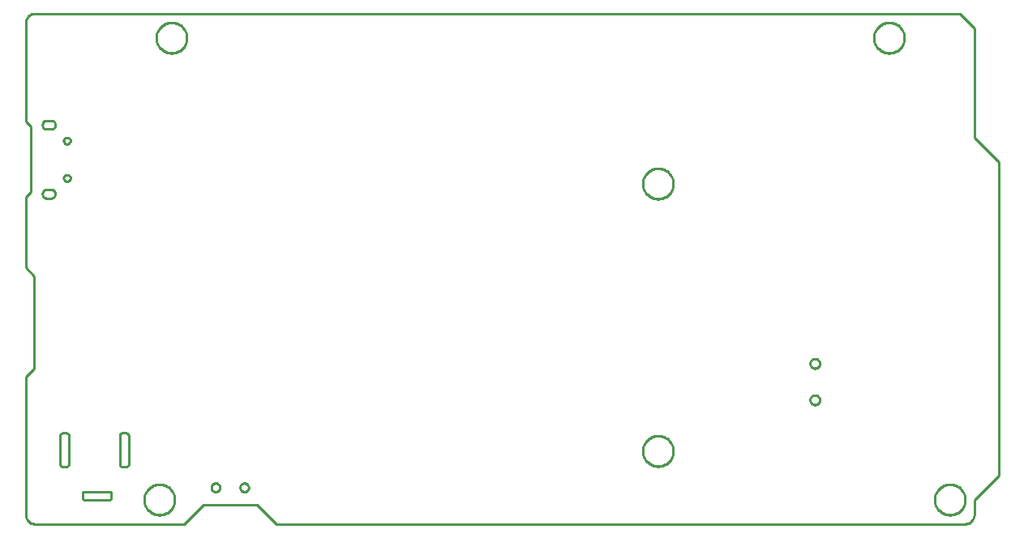
<source format=gbr>
G04 EAGLE Gerber RS-274X export*
G75*
%MOMM*%
%FSLAX34Y34*%
%LPD*%
%IN*%
%IPPOS*%
%AMOC8*
5,1,8,0,0,1.08239X$1,22.5*%
G01*
%ADD10C,0.254000*%


D10*
X0Y10000D02*
X38Y9128D01*
X152Y8264D01*
X341Y7412D01*
X603Y6580D01*
X937Y5774D01*
X1340Y5000D01*
X1808Y4264D01*
X2340Y3572D01*
X2929Y2929D01*
X3572Y2340D01*
X4264Y1808D01*
X5000Y1340D01*
X5774Y937D01*
X6580Y603D01*
X7412Y341D01*
X8264Y152D01*
X9128Y38D01*
X10000Y0D01*
X165100Y0D01*
X185420Y20320D01*
X241300Y20320D01*
X261620Y0D01*
X980600Y0D01*
X981472Y38D01*
X982336Y152D01*
X983188Y341D01*
X984020Y603D01*
X984826Y937D01*
X985600Y1340D01*
X986336Y1808D01*
X987028Y2340D01*
X987671Y2929D01*
X988260Y3572D01*
X988792Y4264D01*
X989260Y5000D01*
X989663Y5774D01*
X989997Y6580D01*
X990259Y7412D01*
X990448Y8264D01*
X990562Y9128D01*
X990600Y10000D01*
X990600Y25400D01*
X1016000Y50800D01*
X1016000Y378460D01*
X990600Y403860D01*
X990600Y518160D01*
X975360Y533400D01*
X10000Y533400D01*
X9128Y533362D01*
X8264Y533248D01*
X7412Y533059D01*
X6580Y532797D01*
X5774Y532463D01*
X5000Y532060D01*
X4264Y531592D01*
X3572Y531060D01*
X2929Y530471D01*
X2340Y529828D01*
X1808Y529136D01*
X1340Y528400D01*
X937Y527626D01*
X603Y526820D01*
X341Y525988D01*
X152Y525136D01*
X38Y524272D01*
X0Y523400D01*
X0Y420370D01*
X5080Y415290D01*
X5080Y346710D01*
X0Y341630D01*
X0Y267970D01*
X8890Y259080D01*
X8890Y162560D01*
X0Y153670D01*
X0Y10000D01*
X59480Y27478D02*
X59490Y27260D01*
X59518Y27044D01*
X59565Y26831D01*
X59631Y26623D01*
X59714Y26421D01*
X59815Y26228D01*
X59932Y26044D01*
X60065Y25871D01*
X60212Y25710D01*
X60373Y25563D01*
X60546Y25430D01*
X60730Y25313D01*
X60923Y25212D01*
X61125Y25129D01*
X61333Y25063D01*
X61546Y25016D01*
X61762Y24988D01*
X61980Y24978D01*
X86980Y24978D01*
X87198Y24988D01*
X87414Y25016D01*
X87627Y25063D01*
X87835Y25129D01*
X88037Y25212D01*
X88230Y25313D01*
X88414Y25430D01*
X88587Y25563D01*
X88748Y25710D01*
X88895Y25871D01*
X89028Y26044D01*
X89145Y26228D01*
X89246Y26421D01*
X89329Y26623D01*
X89395Y26831D01*
X89442Y27044D01*
X89471Y27260D01*
X89480Y27478D01*
X89480Y31970D01*
X89438Y32175D01*
X89378Y32376D01*
X89301Y32571D01*
X89207Y32759D01*
X89097Y32937D01*
X88972Y33105D01*
X88832Y33262D01*
X88680Y33406D01*
X88516Y33536D01*
X88340Y33652D01*
X88156Y33751D01*
X87964Y33835D01*
X87765Y33901D01*
X87561Y33949D01*
X87353Y33980D01*
X87144Y33992D01*
X86934Y33986D01*
X86726Y33962D01*
X61726Y33962D01*
X61541Y33965D01*
X61356Y33952D01*
X61173Y33923D01*
X60994Y33878D01*
X60819Y33817D01*
X60650Y33742D01*
X60488Y33652D01*
X60334Y33548D01*
X60190Y33431D01*
X60057Y33302D01*
X59936Y33162D01*
X59827Y33013D01*
X59732Y32854D01*
X59651Y32687D01*
X59585Y32514D01*
X59534Y32336D01*
X59499Y32154D01*
X59480Y31970D01*
X59480Y27478D01*
X98488Y62470D02*
X98474Y62273D01*
X98478Y62076D01*
X98499Y61880D01*
X98537Y61687D01*
X98591Y61497D01*
X98662Y61313D01*
X98749Y61136D01*
X98850Y60967D01*
X98966Y60807D01*
X99096Y60659D01*
X99238Y60522D01*
X99391Y60398D01*
X99555Y60288D01*
X99727Y60192D01*
X99907Y60112D01*
X100094Y60048D01*
X100285Y60001D01*
X100480Y59970D01*
X105480Y59970D01*
X105675Y60001D01*
X105866Y60048D01*
X106053Y60112D01*
X106233Y60192D01*
X106405Y60288D01*
X106569Y60398D01*
X106722Y60522D01*
X106864Y60659D01*
X106994Y60807D01*
X107110Y60967D01*
X107212Y61136D01*
X107298Y61313D01*
X107369Y61497D01*
X107423Y61687D01*
X107461Y61880D01*
X107482Y62076D01*
X107486Y62273D01*
X107472Y62470D01*
X107472Y92470D01*
X107486Y92667D01*
X107482Y92864D01*
X107461Y93060D01*
X107423Y93254D01*
X107369Y93443D01*
X107298Y93627D01*
X107212Y93804D01*
X107110Y93973D01*
X106994Y94133D01*
X106864Y94281D01*
X106722Y94418D01*
X106569Y94542D01*
X106405Y94652D01*
X106233Y94748D01*
X106053Y94828D01*
X105866Y94892D01*
X105675Y94939D01*
X105480Y94970D01*
X100480Y94970D01*
X100285Y94939D01*
X100094Y94892D01*
X99907Y94828D01*
X99727Y94748D01*
X99555Y94652D01*
X99391Y94542D01*
X99238Y94418D01*
X99096Y94281D01*
X98966Y94133D01*
X98850Y93973D01*
X98749Y93804D01*
X98662Y93627D01*
X98591Y93443D01*
X98537Y93254D01*
X98499Y93060D01*
X98478Y92864D01*
X98474Y92667D01*
X98488Y92470D01*
X98488Y62470D01*
X35988Y62470D02*
X35998Y62252D01*
X36026Y62036D01*
X36073Y61823D01*
X36139Y61615D01*
X36222Y61413D01*
X36323Y61220D01*
X36440Y61036D01*
X36573Y60863D01*
X36720Y60702D01*
X36881Y60555D01*
X37054Y60422D01*
X37238Y60305D01*
X37431Y60204D01*
X37633Y60121D01*
X37841Y60055D01*
X38054Y60008D01*
X38270Y59980D01*
X38488Y59970D01*
X42472Y59970D01*
X42690Y59980D01*
X42906Y60008D01*
X43119Y60055D01*
X43327Y60121D01*
X43529Y60204D01*
X43722Y60305D01*
X43906Y60422D01*
X44079Y60555D01*
X44240Y60702D01*
X44387Y60863D01*
X44520Y61036D01*
X44637Y61220D01*
X44738Y61413D01*
X44821Y61615D01*
X44887Y61823D01*
X44934Y62036D01*
X44963Y62252D01*
X44972Y62470D01*
X44972Y92470D01*
X44963Y92688D01*
X44934Y92904D01*
X44887Y93117D01*
X44821Y93325D01*
X44738Y93527D01*
X44637Y93720D01*
X44520Y93904D01*
X44387Y94077D01*
X44240Y94238D01*
X44079Y94385D01*
X43906Y94518D01*
X43722Y94635D01*
X43529Y94736D01*
X43327Y94819D01*
X43119Y94885D01*
X42906Y94932D01*
X42690Y94961D01*
X42472Y94970D01*
X38488Y94970D01*
X38270Y94961D01*
X38054Y94932D01*
X37841Y94885D01*
X37633Y94819D01*
X37431Y94736D01*
X37238Y94635D01*
X37054Y94518D01*
X36881Y94385D01*
X36720Y94238D01*
X36573Y94077D01*
X36440Y93904D01*
X36323Y93720D01*
X36222Y93527D01*
X36139Y93325D01*
X36073Y93117D01*
X36026Y92904D01*
X35998Y92688D01*
X35988Y92470D01*
X35988Y62470D01*
X17680Y345000D02*
X17652Y344649D01*
X17654Y344298D01*
X17687Y343948D01*
X17750Y343602D01*
X17843Y343263D01*
X17966Y342933D01*
X18117Y342615D01*
X18294Y342312D01*
X18498Y342025D01*
X18726Y341757D01*
X18976Y341510D01*
X19247Y341286D01*
X19536Y341086D01*
X19842Y340912D01*
X20162Y340766D01*
X20493Y340648D01*
X20833Y340559D01*
X21180Y340500D01*
X27180Y340500D01*
X27527Y340559D01*
X27867Y340648D01*
X28198Y340766D01*
X28518Y340912D01*
X28824Y341086D01*
X29113Y341286D01*
X29384Y341510D01*
X29634Y341757D01*
X29862Y342025D01*
X30066Y342312D01*
X30243Y342615D01*
X30394Y342933D01*
X30517Y343263D01*
X30610Y343602D01*
X30673Y343948D01*
X30706Y344298D01*
X30708Y344649D01*
X30680Y345000D01*
X30708Y345351D01*
X30706Y345702D01*
X30673Y346052D01*
X30610Y346398D01*
X30517Y346737D01*
X30394Y347067D01*
X30243Y347385D01*
X30066Y347688D01*
X29862Y347975D01*
X29634Y348243D01*
X29384Y348490D01*
X29113Y348714D01*
X28824Y348914D01*
X28518Y349088D01*
X28198Y349234D01*
X27867Y349352D01*
X27527Y349441D01*
X27180Y349500D01*
X21180Y349500D01*
X20833Y349441D01*
X20493Y349352D01*
X20162Y349234D01*
X19842Y349088D01*
X19536Y348914D01*
X19247Y348714D01*
X18976Y348490D01*
X18726Y348243D01*
X18498Y347975D01*
X18294Y347688D01*
X18117Y347385D01*
X17966Y347067D01*
X17843Y346737D01*
X17750Y346398D01*
X17687Y346052D01*
X17654Y345702D01*
X17652Y345351D01*
X17680Y345000D01*
X17680Y416000D02*
X17716Y415674D01*
X17780Y415353D01*
X17872Y415038D01*
X17992Y414733D01*
X18137Y414439D01*
X18307Y414159D01*
X18502Y413894D01*
X18718Y413648D01*
X18955Y413422D01*
X19211Y413217D01*
X19484Y413035D01*
X19772Y412877D01*
X20072Y412746D01*
X20382Y412641D01*
X20701Y412563D01*
X21025Y412514D01*
X21352Y412492D01*
X21680Y412500D01*
X27180Y412500D01*
X27485Y412513D01*
X27788Y412553D01*
X28086Y412619D01*
X28377Y412711D01*
X28659Y412828D01*
X28930Y412969D01*
X29188Y413133D01*
X29430Y413319D01*
X29655Y413525D01*
X29861Y413750D01*
X30047Y413992D01*
X30211Y414250D01*
X30352Y414521D01*
X30469Y414803D01*
X30561Y415094D01*
X30627Y415392D01*
X30667Y415695D01*
X30680Y416000D01*
X30680Y418000D01*
X30667Y418305D01*
X30627Y418608D01*
X30561Y418906D01*
X30469Y419197D01*
X30352Y419479D01*
X30211Y419750D01*
X30047Y420008D01*
X29861Y420250D01*
X29655Y420475D01*
X29430Y420681D01*
X29188Y420867D01*
X28930Y421031D01*
X28659Y421172D01*
X28377Y421289D01*
X28086Y421381D01*
X27788Y421447D01*
X27485Y421487D01*
X27180Y421500D01*
X21680Y421500D01*
X21352Y421508D01*
X21025Y421486D01*
X20701Y421437D01*
X20382Y421359D01*
X20072Y421254D01*
X19772Y421123D01*
X19484Y420965D01*
X19211Y420783D01*
X18955Y420578D01*
X18718Y420352D01*
X18502Y420106D01*
X18307Y419842D01*
X18137Y419561D01*
X17992Y419268D01*
X17872Y418962D01*
X17780Y418647D01*
X17716Y418326D01*
X17680Y418000D01*
X17680Y416000D01*
X676400Y355076D02*
X676332Y354031D01*
X676195Y352992D01*
X675990Y351965D01*
X675719Y350953D01*
X675383Y349961D01*
X674982Y348993D01*
X674518Y348054D01*
X673995Y347146D01*
X673413Y346275D01*
X672775Y345444D01*
X672084Y344657D01*
X671343Y343916D01*
X670556Y343225D01*
X669725Y342588D01*
X668854Y342006D01*
X667946Y341482D01*
X667007Y341018D01*
X666039Y340617D01*
X665047Y340281D01*
X664035Y340010D01*
X663008Y339805D01*
X661969Y339669D01*
X660924Y339600D01*
X659876Y339600D01*
X658831Y339669D01*
X657792Y339805D01*
X656765Y340010D01*
X655753Y340281D01*
X654761Y340617D01*
X653793Y341018D01*
X652854Y341482D01*
X651946Y342006D01*
X651075Y342588D01*
X650244Y343225D01*
X649457Y343916D01*
X648716Y344657D01*
X648025Y345444D01*
X647388Y346275D01*
X646806Y347146D01*
X646282Y348054D01*
X645818Y348993D01*
X645417Y349961D01*
X645081Y350953D01*
X644810Y351965D01*
X644605Y352992D01*
X644469Y354031D01*
X644400Y355076D01*
X644400Y356124D01*
X644469Y357169D01*
X644605Y358208D01*
X644810Y359235D01*
X645081Y360247D01*
X645417Y361239D01*
X645818Y362207D01*
X646282Y363146D01*
X646806Y364054D01*
X647388Y364925D01*
X648025Y365756D01*
X648716Y366543D01*
X649457Y367284D01*
X650244Y367975D01*
X651075Y368613D01*
X651946Y369195D01*
X652854Y369718D01*
X653793Y370182D01*
X654761Y370583D01*
X655753Y370919D01*
X656765Y371190D01*
X657792Y371395D01*
X658831Y371532D01*
X659876Y371600D01*
X660924Y371600D01*
X661969Y371532D01*
X663008Y371395D01*
X664035Y371190D01*
X665047Y370919D01*
X666039Y370583D01*
X667007Y370182D01*
X667946Y369718D01*
X668854Y369195D01*
X669725Y368613D01*
X670556Y367975D01*
X671343Y367284D01*
X672084Y366543D01*
X672775Y365756D01*
X673413Y364925D01*
X673995Y364054D01*
X674518Y363146D01*
X674982Y362207D01*
X675383Y361239D01*
X675719Y360247D01*
X675990Y359235D01*
X676195Y358208D01*
X676332Y357169D01*
X676400Y356124D01*
X676400Y355076D01*
X676400Y75676D02*
X676332Y74631D01*
X676195Y73592D01*
X675990Y72565D01*
X675719Y71553D01*
X675383Y70561D01*
X674982Y69593D01*
X674518Y68654D01*
X673995Y67746D01*
X673413Y66875D01*
X672775Y66044D01*
X672084Y65257D01*
X671343Y64516D01*
X670556Y63825D01*
X669725Y63188D01*
X668854Y62606D01*
X667946Y62082D01*
X667007Y61618D01*
X666039Y61217D01*
X665047Y60881D01*
X664035Y60610D01*
X663008Y60405D01*
X661969Y60269D01*
X660924Y60200D01*
X659876Y60200D01*
X658831Y60269D01*
X657792Y60405D01*
X656765Y60610D01*
X655753Y60881D01*
X654761Y61217D01*
X653793Y61618D01*
X652854Y62082D01*
X651946Y62606D01*
X651075Y63188D01*
X650244Y63825D01*
X649457Y64516D01*
X648716Y65257D01*
X648025Y66044D01*
X647388Y66875D01*
X646806Y67746D01*
X646282Y68654D01*
X645818Y69593D01*
X645417Y70561D01*
X645081Y71553D01*
X644810Y72565D01*
X644605Y73592D01*
X644469Y74631D01*
X644400Y75676D01*
X644400Y76724D01*
X644469Y77769D01*
X644605Y78808D01*
X644810Y79835D01*
X645081Y80847D01*
X645417Y81839D01*
X645818Y82807D01*
X646282Y83746D01*
X646806Y84654D01*
X647388Y85525D01*
X648025Y86356D01*
X648716Y87143D01*
X649457Y87884D01*
X650244Y88575D01*
X651075Y89213D01*
X651946Y89795D01*
X652854Y90318D01*
X653793Y90782D01*
X654761Y91183D01*
X655753Y91519D01*
X656765Y91790D01*
X657792Y91995D01*
X658831Y92132D01*
X659876Y92200D01*
X660924Y92200D01*
X661969Y92132D01*
X663008Y91995D01*
X664035Y91790D01*
X665047Y91519D01*
X666039Y91183D01*
X667007Y90782D01*
X667946Y90318D01*
X668854Y89795D01*
X669725Y89213D01*
X670556Y88575D01*
X671343Y87884D01*
X672084Y87143D01*
X672775Y86356D01*
X673413Y85525D01*
X673995Y84654D01*
X674518Y83746D01*
X674982Y82807D01*
X675383Y81839D01*
X675719Y80847D01*
X675990Y79835D01*
X676195Y78808D01*
X676332Y77769D01*
X676400Y76724D01*
X676400Y75676D01*
X168400Y507476D02*
X168332Y506431D01*
X168195Y505392D01*
X167990Y504365D01*
X167719Y503353D01*
X167383Y502361D01*
X166982Y501393D01*
X166518Y500454D01*
X165995Y499546D01*
X165413Y498675D01*
X164775Y497844D01*
X164084Y497057D01*
X163343Y496316D01*
X162556Y495625D01*
X161725Y494988D01*
X160854Y494406D01*
X159946Y493882D01*
X159007Y493418D01*
X158039Y493017D01*
X157047Y492681D01*
X156035Y492410D01*
X155008Y492205D01*
X153969Y492069D01*
X152924Y492000D01*
X151876Y492000D01*
X150831Y492069D01*
X149792Y492205D01*
X148765Y492410D01*
X147753Y492681D01*
X146761Y493017D01*
X145793Y493418D01*
X144854Y493882D01*
X143946Y494406D01*
X143075Y494988D01*
X142244Y495625D01*
X141457Y496316D01*
X140716Y497057D01*
X140025Y497844D01*
X139388Y498675D01*
X138806Y499546D01*
X138282Y500454D01*
X137818Y501393D01*
X137417Y502361D01*
X137081Y503353D01*
X136810Y504365D01*
X136605Y505392D01*
X136469Y506431D01*
X136400Y507476D01*
X136400Y508524D01*
X136469Y509569D01*
X136605Y510608D01*
X136810Y511635D01*
X137081Y512647D01*
X137417Y513639D01*
X137818Y514607D01*
X138282Y515546D01*
X138806Y516454D01*
X139388Y517325D01*
X140025Y518156D01*
X140716Y518943D01*
X141457Y519684D01*
X142244Y520375D01*
X143075Y521013D01*
X143946Y521595D01*
X144854Y522118D01*
X145793Y522582D01*
X146761Y522983D01*
X147753Y523319D01*
X148765Y523590D01*
X149792Y523795D01*
X150831Y523932D01*
X151876Y524000D01*
X152924Y524000D01*
X153969Y523932D01*
X155008Y523795D01*
X156035Y523590D01*
X157047Y523319D01*
X158039Y522983D01*
X159007Y522582D01*
X159946Y522118D01*
X160854Y521595D01*
X161725Y521013D01*
X162556Y520375D01*
X163343Y519684D01*
X164084Y518943D01*
X164775Y518156D01*
X165413Y517325D01*
X165995Y516454D01*
X166518Y515546D01*
X166982Y514607D01*
X167383Y513639D01*
X167719Y512647D01*
X167990Y511635D01*
X168195Y510608D01*
X168332Y509569D01*
X168400Y508524D01*
X168400Y507476D01*
X155700Y24876D02*
X155632Y23831D01*
X155495Y22792D01*
X155290Y21765D01*
X155019Y20753D01*
X154683Y19761D01*
X154282Y18793D01*
X153818Y17854D01*
X153295Y16946D01*
X152713Y16075D01*
X152075Y15244D01*
X151384Y14457D01*
X150643Y13716D01*
X149856Y13025D01*
X149025Y12388D01*
X148154Y11806D01*
X147246Y11282D01*
X146307Y10818D01*
X145339Y10417D01*
X144347Y10081D01*
X143335Y9810D01*
X142308Y9605D01*
X141269Y9469D01*
X140224Y9400D01*
X139176Y9400D01*
X138131Y9469D01*
X137092Y9605D01*
X136065Y9810D01*
X135053Y10081D01*
X134061Y10417D01*
X133093Y10818D01*
X132154Y11282D01*
X131246Y11806D01*
X130375Y12388D01*
X129544Y13025D01*
X128757Y13716D01*
X128016Y14457D01*
X127325Y15244D01*
X126688Y16075D01*
X126106Y16946D01*
X125582Y17854D01*
X125118Y18793D01*
X124717Y19761D01*
X124381Y20753D01*
X124110Y21765D01*
X123905Y22792D01*
X123769Y23831D01*
X123700Y24876D01*
X123700Y25924D01*
X123769Y26969D01*
X123905Y28008D01*
X124110Y29035D01*
X124381Y30047D01*
X124717Y31039D01*
X125118Y32007D01*
X125582Y32946D01*
X126106Y33854D01*
X126688Y34725D01*
X127325Y35556D01*
X128016Y36343D01*
X128757Y37084D01*
X129544Y37775D01*
X130375Y38413D01*
X131246Y38995D01*
X132154Y39518D01*
X133093Y39982D01*
X134061Y40383D01*
X135053Y40719D01*
X136065Y40990D01*
X137092Y41195D01*
X138131Y41332D01*
X139176Y41400D01*
X140224Y41400D01*
X141269Y41332D01*
X142308Y41195D01*
X143335Y40990D01*
X144347Y40719D01*
X145339Y40383D01*
X146307Y39982D01*
X147246Y39518D01*
X148154Y38995D01*
X149025Y38413D01*
X149856Y37775D01*
X150643Y37084D01*
X151384Y36343D01*
X152075Y35556D01*
X152713Y34725D01*
X153295Y33854D01*
X153818Y32946D01*
X154282Y32007D01*
X154683Y31039D01*
X155019Y30047D01*
X155290Y29035D01*
X155495Y28008D01*
X155632Y26969D01*
X155700Y25924D01*
X155700Y24876D01*
X981200Y24876D02*
X981132Y23831D01*
X980995Y22792D01*
X980790Y21765D01*
X980519Y20753D01*
X980183Y19761D01*
X979782Y18793D01*
X979318Y17854D01*
X978795Y16946D01*
X978213Y16075D01*
X977575Y15244D01*
X976884Y14457D01*
X976143Y13716D01*
X975356Y13025D01*
X974525Y12388D01*
X973654Y11806D01*
X972746Y11282D01*
X971807Y10818D01*
X970839Y10417D01*
X969847Y10081D01*
X968835Y9810D01*
X967808Y9605D01*
X966769Y9469D01*
X965724Y9400D01*
X964676Y9400D01*
X963631Y9469D01*
X962592Y9605D01*
X961565Y9810D01*
X960553Y10081D01*
X959561Y10417D01*
X958593Y10818D01*
X957654Y11282D01*
X956746Y11806D01*
X955875Y12388D01*
X955044Y13025D01*
X954257Y13716D01*
X953516Y14457D01*
X952825Y15244D01*
X952188Y16075D01*
X951606Y16946D01*
X951082Y17854D01*
X950618Y18793D01*
X950217Y19761D01*
X949881Y20753D01*
X949610Y21765D01*
X949405Y22792D01*
X949269Y23831D01*
X949200Y24876D01*
X949200Y25924D01*
X949269Y26969D01*
X949405Y28008D01*
X949610Y29035D01*
X949881Y30047D01*
X950217Y31039D01*
X950618Y32007D01*
X951082Y32946D01*
X951606Y33854D01*
X952188Y34725D01*
X952825Y35556D01*
X953516Y36343D01*
X954257Y37084D01*
X955044Y37775D01*
X955875Y38413D01*
X956746Y38995D01*
X957654Y39518D01*
X958593Y39982D01*
X959561Y40383D01*
X960553Y40719D01*
X961565Y40990D01*
X962592Y41195D01*
X963631Y41332D01*
X964676Y41400D01*
X965724Y41400D01*
X966769Y41332D01*
X967808Y41195D01*
X968835Y40990D01*
X969847Y40719D01*
X970839Y40383D01*
X971807Y39982D01*
X972746Y39518D01*
X973654Y38995D01*
X974525Y38413D01*
X975356Y37775D01*
X976143Y37084D01*
X976884Y36343D01*
X977575Y35556D01*
X978213Y34725D01*
X978795Y33854D01*
X979318Y32946D01*
X979782Y32007D01*
X980183Y31039D01*
X980519Y30047D01*
X980790Y29035D01*
X980995Y28008D01*
X981132Y26969D01*
X981200Y25924D01*
X981200Y24876D01*
X917700Y507476D02*
X917632Y506431D01*
X917495Y505392D01*
X917290Y504365D01*
X917019Y503353D01*
X916683Y502361D01*
X916282Y501393D01*
X915818Y500454D01*
X915295Y499546D01*
X914713Y498675D01*
X914075Y497844D01*
X913384Y497057D01*
X912643Y496316D01*
X911856Y495625D01*
X911025Y494988D01*
X910154Y494406D01*
X909246Y493882D01*
X908307Y493418D01*
X907339Y493017D01*
X906347Y492681D01*
X905335Y492410D01*
X904308Y492205D01*
X903269Y492069D01*
X902224Y492000D01*
X901176Y492000D01*
X900131Y492069D01*
X899092Y492205D01*
X898065Y492410D01*
X897053Y492681D01*
X896061Y493017D01*
X895093Y493418D01*
X894154Y493882D01*
X893246Y494406D01*
X892375Y494988D01*
X891544Y495625D01*
X890757Y496316D01*
X890016Y497057D01*
X889325Y497844D01*
X888688Y498675D01*
X888106Y499546D01*
X887582Y500454D01*
X887118Y501393D01*
X886717Y502361D01*
X886381Y503353D01*
X886110Y504365D01*
X885905Y505392D01*
X885769Y506431D01*
X885700Y507476D01*
X885700Y508524D01*
X885769Y509569D01*
X885905Y510608D01*
X886110Y511635D01*
X886381Y512647D01*
X886717Y513639D01*
X887118Y514607D01*
X887582Y515546D01*
X888106Y516454D01*
X888688Y517325D01*
X889325Y518156D01*
X890016Y518943D01*
X890757Y519684D01*
X891544Y520375D01*
X892375Y521013D01*
X893246Y521595D01*
X894154Y522118D01*
X895093Y522582D01*
X896061Y522983D01*
X897053Y523319D01*
X898065Y523590D01*
X899092Y523795D01*
X900131Y523932D01*
X901176Y524000D01*
X902224Y524000D01*
X903269Y523932D01*
X904308Y523795D01*
X905335Y523590D01*
X906347Y523319D01*
X907339Y522983D01*
X908307Y522582D01*
X909246Y522118D01*
X910154Y521595D01*
X911025Y521013D01*
X911856Y520375D01*
X912643Y519684D01*
X913384Y518943D01*
X914075Y518156D01*
X914713Y517325D01*
X915295Y516454D01*
X915818Y515546D01*
X916282Y514607D01*
X916683Y513639D01*
X917019Y512647D01*
X917290Y511635D01*
X917495Y510608D01*
X917632Y509569D01*
X917700Y508524D01*
X917700Y507476D01*
X42951Y397000D02*
X42496Y397060D01*
X42053Y397179D01*
X41629Y397354D01*
X41231Y397584D01*
X40867Y397863D01*
X40543Y398187D01*
X40264Y398551D01*
X40034Y398949D01*
X39859Y399373D01*
X39740Y399816D01*
X39680Y400271D01*
X39680Y400729D01*
X39740Y401184D01*
X39859Y401627D01*
X40034Y402051D01*
X40264Y402449D01*
X40543Y402813D01*
X40867Y403137D01*
X41231Y403416D01*
X41629Y403646D01*
X42053Y403821D01*
X42496Y403940D01*
X42951Y404000D01*
X43409Y404000D01*
X43864Y403940D01*
X44307Y403821D01*
X44731Y403646D01*
X45129Y403416D01*
X45493Y403137D01*
X45817Y402813D01*
X46096Y402449D01*
X46326Y402051D01*
X46501Y401627D01*
X46620Y401184D01*
X46680Y400729D01*
X46680Y400271D01*
X46620Y399816D01*
X46501Y399373D01*
X46326Y398949D01*
X46096Y398551D01*
X45817Y398187D01*
X45493Y397863D01*
X45129Y397584D01*
X44731Y397354D01*
X44307Y397179D01*
X43864Y397060D01*
X43409Y397000D01*
X42951Y397000D01*
X42951Y358000D02*
X42496Y358060D01*
X42053Y358179D01*
X41629Y358354D01*
X41231Y358584D01*
X40867Y358863D01*
X40543Y359187D01*
X40264Y359551D01*
X40034Y359949D01*
X39859Y360373D01*
X39740Y360816D01*
X39680Y361271D01*
X39680Y361729D01*
X39740Y362184D01*
X39859Y362627D01*
X40034Y363051D01*
X40264Y363449D01*
X40543Y363813D01*
X40867Y364137D01*
X41231Y364416D01*
X41629Y364646D01*
X42053Y364821D01*
X42496Y364940D01*
X42951Y365000D01*
X43409Y365000D01*
X43864Y364940D01*
X44307Y364821D01*
X44731Y364646D01*
X45129Y364416D01*
X45493Y364137D01*
X45817Y363813D01*
X46096Y363449D01*
X46326Y363051D01*
X46501Y362627D01*
X46620Y362184D01*
X46680Y361729D01*
X46680Y361271D01*
X46620Y360816D01*
X46501Y360373D01*
X46326Y359949D01*
X46096Y359551D01*
X45817Y359187D01*
X45493Y358863D01*
X45129Y358584D01*
X44731Y358354D01*
X44307Y358179D01*
X43864Y358060D01*
X43409Y358000D01*
X42951Y358000D01*
X824511Y134540D02*
X825069Y134477D01*
X825616Y134352D01*
X826146Y134167D01*
X826652Y133923D01*
X827128Y133624D01*
X827567Y133274D01*
X827964Y132877D01*
X828314Y132438D01*
X828613Y131962D01*
X828857Y131456D01*
X829042Y130926D01*
X829167Y130379D01*
X829230Y129821D01*
X829230Y129259D01*
X829167Y128701D01*
X829042Y128154D01*
X828857Y127624D01*
X828613Y127118D01*
X828314Y126642D01*
X827964Y126203D01*
X827567Y125806D01*
X827128Y125456D01*
X826652Y125157D01*
X826146Y124913D01*
X825616Y124728D01*
X825069Y124603D01*
X824511Y124540D01*
X823949Y124540D01*
X823391Y124603D01*
X822844Y124728D01*
X822314Y124913D01*
X821808Y125157D01*
X821332Y125456D01*
X820893Y125806D01*
X820496Y126203D01*
X820146Y126642D01*
X819847Y127118D01*
X819603Y127624D01*
X819418Y128154D01*
X819293Y128701D01*
X819230Y129259D01*
X819230Y129821D01*
X819293Y130379D01*
X819418Y130926D01*
X819603Y131456D01*
X819847Y131962D01*
X820146Y132438D01*
X820496Y132877D01*
X820893Y133274D01*
X821332Y133624D01*
X821808Y133923D01*
X822314Y134167D01*
X822844Y134352D01*
X823391Y134477D01*
X823949Y134540D01*
X824511Y134540D01*
X824511Y172640D02*
X825069Y172577D01*
X825616Y172452D01*
X826146Y172267D01*
X826652Y172023D01*
X827128Y171724D01*
X827567Y171374D01*
X827964Y170977D01*
X828314Y170538D01*
X828613Y170062D01*
X828857Y169556D01*
X829042Y169026D01*
X829167Y168479D01*
X829230Y167921D01*
X829230Y167359D01*
X829167Y166801D01*
X829042Y166254D01*
X828857Y165724D01*
X828613Y165218D01*
X828314Y164742D01*
X827964Y164303D01*
X827567Y163906D01*
X827128Y163556D01*
X826652Y163257D01*
X826146Y163013D01*
X825616Y162828D01*
X825069Y162703D01*
X824511Y162640D01*
X823949Y162640D01*
X823391Y162703D01*
X822844Y162828D01*
X822314Y163013D01*
X821808Y163257D01*
X821332Y163556D01*
X820893Y163906D01*
X820496Y164303D01*
X820146Y164742D01*
X819847Y165218D01*
X819603Y165724D01*
X819418Y166254D01*
X819293Y166801D01*
X819230Y167359D01*
X819230Y167921D01*
X819293Y168479D01*
X819418Y169026D01*
X819603Y169556D01*
X819847Y170062D01*
X820146Y170538D01*
X820496Y170977D01*
X820893Y171374D01*
X821332Y171724D01*
X821808Y172023D01*
X822314Y172267D01*
X822844Y172452D01*
X823391Y172577D01*
X823949Y172640D01*
X824511Y172640D01*
X202860Y37805D02*
X202783Y37220D01*
X202630Y36650D01*
X202405Y36105D01*
X202110Y35595D01*
X201751Y35127D01*
X201333Y34709D01*
X200865Y34350D01*
X200355Y34055D01*
X199810Y33830D01*
X199240Y33677D01*
X198655Y33600D01*
X198065Y33600D01*
X197480Y33677D01*
X196910Y33830D01*
X196365Y34055D01*
X195855Y34350D01*
X195387Y34709D01*
X194969Y35127D01*
X194610Y35595D01*
X194315Y36105D01*
X194090Y36650D01*
X193937Y37220D01*
X193860Y37805D01*
X193860Y38395D01*
X193937Y38980D01*
X194090Y39550D01*
X194315Y40095D01*
X194610Y40605D01*
X194969Y41073D01*
X195387Y41491D01*
X195855Y41850D01*
X196365Y42145D01*
X196910Y42370D01*
X197480Y42523D01*
X198065Y42600D01*
X198655Y42600D01*
X199240Y42523D01*
X199810Y42370D01*
X200355Y42145D01*
X200865Y41850D01*
X201333Y41491D01*
X201751Y41073D01*
X202110Y40605D01*
X202405Y40095D01*
X202630Y39550D01*
X202783Y38980D01*
X202860Y38395D01*
X202860Y37805D01*
X232860Y37805D02*
X232783Y37220D01*
X232630Y36650D01*
X232405Y36105D01*
X232110Y35595D01*
X231751Y35127D01*
X231333Y34709D01*
X230865Y34350D01*
X230355Y34055D01*
X229810Y33830D01*
X229240Y33677D01*
X228655Y33600D01*
X228065Y33600D01*
X227480Y33677D01*
X226910Y33830D01*
X226365Y34055D01*
X225855Y34350D01*
X225387Y34709D01*
X224969Y35127D01*
X224610Y35595D01*
X224315Y36105D01*
X224090Y36650D01*
X223937Y37220D01*
X223860Y37805D01*
X223860Y38395D01*
X223937Y38980D01*
X224090Y39550D01*
X224315Y40095D01*
X224610Y40605D01*
X224969Y41073D01*
X225387Y41491D01*
X225855Y41850D01*
X226365Y42145D01*
X226910Y42370D01*
X227480Y42523D01*
X228065Y42600D01*
X228655Y42600D01*
X229240Y42523D01*
X229810Y42370D01*
X230355Y42145D01*
X230865Y41850D01*
X231333Y41491D01*
X231751Y41073D01*
X232110Y40605D01*
X232405Y40095D01*
X232630Y39550D01*
X232783Y38980D01*
X232860Y38395D01*
X232860Y37805D01*
M02*

</source>
